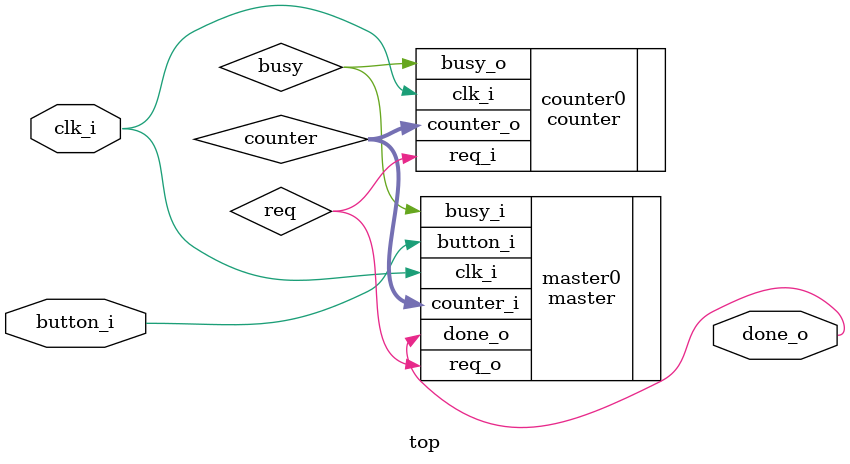
<source format=sv>
`default_nettype none

module top (
  // Input
  input logic clk_i,
  input logic button_i,
  // Output
  output logic done_o
);

  logic req;
  logic busy;
  logic [3:0] counter;

  master master0 (
    .clk_i    (clk_i),
    .counter_i(counter),
    .busy_i   (busy),
    .button_i (button_i),
    .done_o   (done_o),
    .req_o    (req)
  );

  counter counter0 (
    .clk_i    (clk_i),
    .req_i    (req),
    .counter_o(counter),
    .busy_o   (busy)
  );



endmodule : top

</source>
